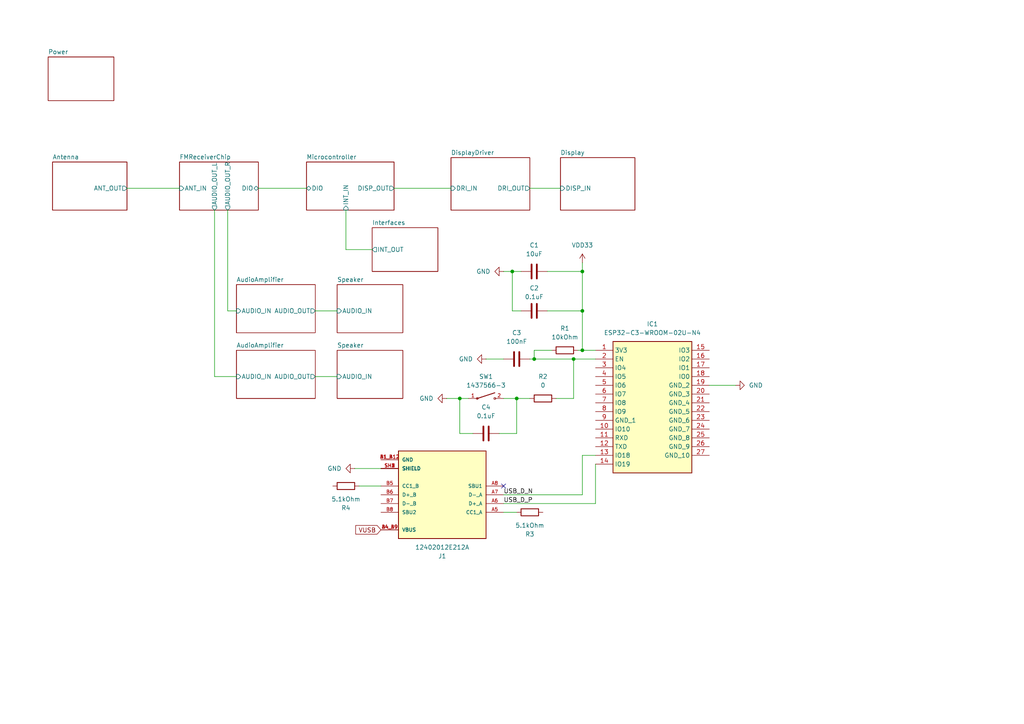
<source format=kicad_sch>
(kicad_sch (version 20231120) (generator "eeschema") (generator_version "8.0")
  (paper "A4")
  (lib_symbols
    (symbol "12402012E212A:12402012E212A" (pin_names (offset 1.016))
      (property "Reference" "J" (at -12.7 13.462 0))
      (property "Value" "12402012E212A" (at -12.7 -13.462 0))
      (symbol "12402012E212A_0_0"
        (rectangle (start -12.7 -12.7) (end 12.7 12.7) (stroke (width 0.254)) (fill (type background)))
        (pin power_in line (at 17.78 -10.16 180) (length 5.08) (name "GND") (number "A1_B12"))
        (pin power_in line (at 17.78 10.16 180) (length 5.08) (name "VBUS") (number "A4_B9"))
        (pin bidirectional line (at -17.78 5.08 0) (length 5.08) (name "CC1_A") (number "A5"))
        (pin bidirectional line (at -17.78 2.54 0) (length 5.08) (name "D+_A") (number "A6"))
        (pin bidirectional line (at -17.78 0 0) (length 5.08) (name "D-_A") (number "A7"))
        (pin bidirectional line (at -17.78 -2.54 0) (length 5.08) (name "SBU1") (number "A8"))
        (pin power_in line (at 17.78 -10.16 180) (length 5.08) (name "GND") (number "B1_A12"))
        (pin power_in line (at 17.78 10.16 180) (length 5.08) (name "VBUS") (number "B4_A9"))
        (pin bidirectional line (at 17.78 -2.54 180) (length 5.08) (name "CC1_B") (number "B5"))
        (pin bidirectional line (at 17.78 0 180) (length 5.08) (name "D+_B") (number "B6"))
        (pin bidirectional line (at 17.78 2.54 180) (length 5.08) (name "D-_B") (number "B7"))
        (pin bidirectional line (at 17.78 5.08 180) (length 5.08) (name "SBU2") (number "B8"))
        (pin passive line (at 17.78 -7.62 180) (length 5.08) (name "SHIELD") (number "SH1"))
        (pin passive line (at 17.78 -7.62 180) (length 5.08) (name "SHIELD") (number "SH2"))
        (pin passive line (at 17.78 -7.62 180) (length 5.08) (name "SHIELD") (number "SH3"))
        (pin passive line (at 17.78 -7.62 180) (length 5.08) (name "SHIELD") (number "SH4"))
      )
    )
    (symbol "Device:C" (pin_numbers hide) (pin_names (offset 0.254))
      (property "Reference" "C" (at 0.635 2.54 0))
      (property "Value" "C" (at 0.635 -2.54 0))
      (symbol "C_0_1"
        (polyline (pts (xy -2.032 -0.762) (xy 2.032 -0.762)) (stroke (width 0.508)))
        (polyline (pts (xy -2.032 0.762) (xy 2.032 0.762)) (stroke (width 0.508)))
      )
      (symbol "C_1_1"
        (pin passive line (at 0 3.81 270) (length 2.794) (name "~") (number "1"))
        (pin passive line (at 0 -3.81 90) (length 2.794) (name "~") (number "2"))
      )
    )
    (symbol "Device:R" (pin_numbers hide) (pin_names (offset 0))
      (property "Reference" "R" (at 2.032 0 90))
      (property "Value" "R" (at 0 0 90))
      (symbol "R_0_1"
        (rectangle (start -1.016 -2.54) (end 1.016 2.54) (stroke (width 0.254)))
      )
      (symbol "R_1_1"
        (pin passive line (at 0 3.81 270) (length 1.27) (name "~") (number "1"))
        (pin passive line (at 0 -3.81 90) (length 1.27) (name "~") (number "2"))
      )
    )
    (symbol "ESP32-C3-WROOM-02U-N4:ESP32-C3-WROOM-02U-N4"
      (property "Reference" "IC" (at 29.21 7.62 0))
      (property "Value" "ESP32-C3-WROOM-02U-N4" (at 29.21 5.08 0))
      (symbol "ESP32-C3-WROOM-02U-N4_1_1"
        (rectangle (start 5.08 2.54) (end 27.94 -35.56) (stroke (width 0.254)) (fill (type background)))
        (pin passive line (at 0 0 0) (length 5.08) (name "3V3") (number "1"))
        (pin passive line (at 0 -22.86 0) (length 5.08) (name "IO10") (number "10"))
        (pin passive line (at 0 -25.4 0) (length 5.08) (name "RXD") (number "11"))
        (pin passive line (at 0 -27.94 0) (length 5.08) (name "TXD") (number "12"))
        (pin passive line (at 0 -30.48 0) (length 5.08) (name "IO18") (number "13"))
        (pin passive line (at 0 -33.02 0) (length 5.08) (name "IO19") (number "14"))
        (pin passive line (at 33.02 0 180) (length 5.08) (name "IO3") (number "15"))
        (pin passive line (at 33.02 -2.54 180) (length 5.08) (name "IO2") (number "16"))
        (pin passive line (at 33.02 -5.08 180) (length 5.08) (name "IO1") (number "17"))
        (pin passive line (at 33.02 -7.62 180) (length 5.08) (name "IO0") (number "18"))
        (pin passive line (at 33.02 -10.16 180) (length 5.08) (name "GND_2") (number "19"))
        (pin passive line (at 0 -2.54 0) (length 5.08) (name "EN") (number "2"))
        (pin passive line (at 33.02 -12.7 180) (length 5.08) (name "GND_3") (number "20"))
        (pin passive line (at 33.02 -15.24 180) (length 5.08) (name "GND_4") (number "21"))
        (pin passive line (at 33.02 -17.78 180) (length 5.08) (name "GND_5") (number "22"))
        (pin passive line (at 33.02 -20.32 180) (length 5.08) (name "GND_6") (number "23"))
        (pin passive line (at 33.02 -22.86 180) (length 5.08) (name "GND_7") (number "24"))
        (pin passive line (at 33.02 -25.4 180) (length 5.08) (name "GND_8") (number "25"))
        (pin passive line (at 33.02 -27.94 180) (length 5.08) (name "GND_9") (number "26"))
        (pin passive line (at 33.02 -30.48 180) (length 5.08) (name "GND_10") (number "27"))
        (pin passive line (at 0 -5.08 0) (length 5.08) (name "IO4") (number "3"))
        (pin passive line (at 0 -7.62 0) (length 5.08) (name "IO5") (number "4"))
        (pin passive line (at 0 -10.16 0) (length 5.08) (name "IO6") (number "5"))
        (pin passive line (at 0 -12.7 0) (length 5.08) (name "IO7") (number "6"))
        (pin passive line (at 0 -15.24 0) (length 5.08) (name "IO8") (number "7"))
        (pin passive line (at 0 -17.78 0) (length 5.08) (name "IO9") (number "8"))
        (pin passive line (at 0 -20.32 0) (length 5.08) (name "GND_1") (number "9"))
      )
    )
    (symbol "FSMSM:1437566-3" (pin_names (offset 1.016))
      (property "Reference" "SW" (at -3.8125 2.5417 0))
      (property "Value" "1437566-3" (at -3.8141 -3.8141 0))
      (symbol "1437566-3_0_0"
        (circle (center -2.54 0) (radius 0.2839))
        (polyline (pts (xy -2.54 0) (xy 2.54 1.651)) (stroke (width 0.254)))
        (circle (center 2.54 0) (radius 0.2839))
        (pin passive line (at -5.08 0 0) (length 2.54) (name "~") (number "1"))
        (pin passive line (at 5.08 0 180) (length 2.54) (name "~") (number "2"))
      )
    )
    (symbol "power:GND" (power) (pin_numbers hide) (pin_names (offset 0) hide)
      (property "Value" "GND" (at 0 -3.81 0))
      (symbol "GND_0_1"
        (polyline (pts (xy 0 0) (xy 0 -1.27) (xy 1.27 -1.27) (xy 0 -2.54) (xy -1.27 -1.27) (xy 0 -1.27)))
      )
      (symbol "GND_1_1"
        (pin power_in line (at 0 0 270) (length 0) (name "~") (number "1"))
      )
    )
    (symbol "power:VDD" (power) (pin_numbers hide) (pin_names (offset 0) hide)
      (property "Value" "VDD" (at 0 3.556 0))
      (symbol "VDD_0_1"
        (polyline (pts (xy -0.762 1.27) (xy 0 2.54)))
        (polyline (pts (xy 0 0) (xy 0 2.54)))
        (polyline (pts (xy 0 2.54) (xy 0.762 1.27)))
      )
      (symbol "VDD_1_1"
        (pin power_in line (at 0 0 90) (length 0) (name "~") (number "1"))
      )
    )
  )
  (junction (at 166.37 104.14))
  (junction (at 168.91 101.6))
  (junction (at 154.94 104.14))
  (junction (at 168.91 78.74))
  (junction (at 149.86 115.57))
  (junction (at 168.91 90.17))
  (junction (at 133.35 115.57))
  (junction (at 148.59 78.74))
  (no_connect (at 146.05 140.97))
  (wire (pts (xy 140.97 104.14) (xy 146.05 104.14)))
  (wire (pts (xy 172.72 146.05) (xy 172.72 134.62)))
  (wire (pts (xy 146.05 115.57) (xy 149.86 115.57)))
  (wire (pts (xy 168.91 90.17) (xy 168.91 78.74)))
  (wire (pts (xy 133.35 115.57) (xy 135.89 115.57)))
  (wire (pts (xy 168.91 143.51) (xy 146.05 143.51)))
  (wire (pts (xy 148.59 90.17) (xy 148.59 78.74)))
  (wire (pts (xy 149.86 148.59) (xy 146.05 148.59)))
  (wire (pts (xy 149.86 115.57) (xy 153.67 115.57)))
  (wire (pts (xy 158.75 78.74) (xy 168.91 78.74)))
  (wire (pts (xy 110.49 140.97) (xy 104.14 140.97)))
  (wire (pts (xy 129.54 115.57) (xy 133.35 115.57)))
  (wire (pts (xy 74.93 54.61) (xy 88.9 54.61)))
  (wire (pts (xy 91.44 90.17) (xy 97.79 90.17)))
  (wire (pts (xy 168.91 90.17) (xy 168.91 101.6)))
  (wire (pts (xy 133.35 125.73) (xy 133.35 115.57)))
  (wire (pts (xy 149.86 125.73) (xy 149.86 115.57)))
  (wire (pts (xy 62.23 109.22) (xy 68.58 109.22)))
  (wire (pts (xy 91.44 109.22) (xy 97.79 109.22)))
  (wire (pts (xy 154.94 101.6) (xy 154.94 104.14)))
  (wire (pts (xy 62.23 60.96) (xy 62.23 109.22)))
  (wire (pts (xy 100.33 72.39) (xy 107.95 72.39)))
  (wire (pts (xy 166.37 104.14) (xy 172.72 104.14)))
  (wire (pts (xy 167.64 101.6) (xy 168.91 101.6)))
  (wire (pts (xy 66.04 90.17) (xy 68.58 90.17)))
  (wire (pts (xy 160.02 101.6) (xy 154.94 101.6)))
  (wire (pts (xy 153.67 54.61) (xy 162.56 54.61)))
  (wire (pts (xy 146.05 78.74) (xy 148.59 78.74)))
  (wire (pts (xy 168.91 78.74) (xy 168.91 76.2)))
  (wire (pts (xy 161.29 115.57) (xy 166.37 115.57)))
  (wire (pts (xy 172.72 132.08) (xy 168.91 132.08)))
  (wire (pts (xy 151.13 90.17) (xy 148.59 90.17)))
  (wire (pts (xy 166.37 115.57) (xy 166.37 104.14)))
  (wire (pts (xy 66.04 60.96) (xy 66.04 90.17)))
  (wire (pts (xy 36.83 54.61) (xy 52.07 54.61)))
  (wire (pts (xy 114.3 54.61) (xy 130.81 54.61)))
  (wire (pts (xy 205.74 111.76) (xy 213.36 111.76)))
  (wire (pts (xy 100.33 60.96) (xy 100.33 72.39)))
  (wire (pts (xy 168.91 101.6) (xy 172.72 101.6)))
  (wire (pts (xy 144.78 125.73) (xy 149.86 125.73)))
  (wire (pts (xy 158.75 90.17) (xy 168.91 90.17)))
  (wire (pts (xy 148.59 78.74) (xy 151.13 78.74)))
  (wire (pts (xy 110.49 135.89) (xy 102.87 135.89)))
  (wire (pts (xy 154.94 104.14) (xy 166.37 104.14)))
  (wire (pts (xy 168.91 132.08) (xy 168.91 143.51)))
  (wire (pts (xy 146.05 146.05) (xy 172.72 146.05)))
  (wire (pts (xy 137.16 125.73) (xy 133.35 125.73)))
  (wire (pts (xy 153.67 104.14) (xy 154.94 104.14)))
  (label "USB_D_P" (at 146.05 146.05 0))
  (label "USB_D_N" (at 146.05 143.51 0))
  (global_label "VUSB" (shape input) (at 110.49 153.67 180) (property "Intersheetrefs" "${INTERSHEET_REFS}" (effects (hide yes))))
  (symbol (lib_id "Device:C") (at 154.94 78.74 90) (unit 1)
    (property "Reference" "C1" (at 154.94 71.12 90))
    (property "Value" "10uF" (at 154.94 73.66 90))
    (property "Description" "Unpolarized capacitor" (effects (hide yes)))
  )
  (symbol (lib_id "Device:C") (at 154.94 90.17 90) (unit 1)
    (property "Reference" "C2" (at 154.94 83.566 90))
    (property "Value" "0.1uF" (at 154.94 86.106 90))
    (property "Description" "Unpolarized capacitor" (effects (hide yes)))
  )
  (symbol (lib_id "FSMSM:1437566-3") (at 140.97 115.57 0) (unit 1)
    (property "Reference" "SW1" (at 140.97 109.22 0))
    (property "Value" "1437566-3" (at 140.97 111.76 0))
    (property "Footprint" "FSMSM:FSMSM" (effects (hide yes)))
    (property "Comment" "1437566-3" (effects (hide yes)))
    (property "Contact_Current_Rating" "50 mA" (effects (hide yes)))
    (property "MF" "TE Connectivity" (effects (hide yes)))
    (property "Configuration_Pole-Throw" "Single Pole - Single Throw" (effects (hide yes)))
    (property "Description_1" "\n                        \n                            FSMSM=3.5X6 SMT TACT | TE Connectivity 1437566-3\n                        \n" (effects (hide yes)))
    (property "Package" "None" (effects (hide yes)))
    (property "Price" "None" (effects (hide yes)))
    (property "Check_prices" "https://www.snapeda.com/parts/1437566-3/TE+Connectivity+ALCOSWITCH+Switches/view-part/?ref=eda" (effects (hide yes)))
    (property "STANDARD" "Manufacturer recommendations" (effects (hide yes)))
    (property "PARTREV" "C2" (effects (hide yes)))
    (property "SnapEDA_Link" "https://www.snapeda.com/parts/1437566-3/TE+Connectivity+ALCOSWITCH+Switches/view-part/?ref=snap" (effects (hide yes)))
    (property "MP" "1437566-3" (effects (hide yes)))
    (property "Availability" "In Stock" (effects (hide yes)))
    (property "MANUFACTURER" "TE CONNECTIVITY" (effects (hide yes)))
  )
  (symbol (lib_id "power:GND") (at 102.87 135.89 270) (unit 1)
    (property "Reference" "#PWR06" (effects (hide yes)))
    (property "Value" "GND" (at 99.06 135.8901 90) (effects (justify right)))
    (property "Description" "Power symbol creates a global label with name \"GND\" , ground" (effects (hide yes)))
  )
  (symbol (lib_id "12402012E212A:12402012E212A") (at 128.27 143.51 180) (unit 1)
    (property "Reference" "J1" (at 128.27 161.29 0))
    (property "Value" "12402012E212A" (at 128.27 158.75 0))
    (property "Footprint" "12402012E212A:AMPHENOL_12402012E212A" (effects (hide yes)))
    (property "MF" "Amphenol" (effects (hide yes)))
    (property "MAXIMUM_PACKAGE_HEIGHT" "3.26 mm" (effects (hide yes)))
    (property "Package" "None" (effects (hide yes)))
    (property "Price" "None" (effects (hide yes)))
    (property "Check_prices" "https://www.snapeda.com/parts/12402012E212A/Amphenol/view-part/?ref=eda" (effects (hide yes)))
    (property "STANDARD" "Manufacturer Recommendations" (effects (hide yes)))
    (property "PARTREV" "4" (effects (hide yes)))
    (property "SnapEDA_Link" "https://www.snapeda.com/parts/12402012E212A/Amphenol/view-part/?ref=snap" (effects (hide yes)))
    (property "MP" "12402012E212A" (effects (hide yes)))
    (property "Description_1" "\n                        \n                            USB2.0, Type C, Top mount, CH 1.68mm, Dual Row SMT\n                        \n" (effects (hide yes)))
    (property "Availability" "In Stock" (effects (hide yes)))
    (property "MANUFACTURER" "Amphenol" (effects (hide yes)))
  )
  (symbol (lib_id "ESP32-C3-WROOM-02U-N4:ESP32-C3-WROOM-02U-N4") (at 172.72 101.6 0) (unit 1)
    (property "Reference" "IC1" (at 189.23 93.98 0))
    (property "Value" "ESP32-C3-WROOM-02U-N4" (at 189.23 96.52 0))
    (property "Footprint" "ESP32-C3-WROOM-02U-N4:ESP32C3WROOM02UN4" (effects (hide yes)))
    (property "Datasheet" "https://www.espressif.com/sites/default/files/documentation/esp32-c3-wroom-02_datasheet_en.pdf" (effects (hide yes)))
    (property "Description" "Multiprotocol Modules SMD module, ESP32-C3, 4MB SPI flash, IPEX antenna, -40 C +85 C" (effects (hide yes)))
    (property "Height" "3.35" (effects (hide yes)))
    (property "Mouser Part Number" "356-ESP32C3WROM02UN4" (effects (hide yes)))
    (property "Mouser Price/Stock" "https://www.mouser.co.uk/ProductDetail/Espressif-Systems/ESP32-C3-WROOM-02U-N4?qs=pBJMDPsKWf2Ces2aXBSNjQ%3D%3D" (effects (hide yes)))
    (property "Manufacturer_Name" "Espressif Systems" (effects (hide yes)))
    (property "Manufacturer_Part_Number" "ESP32-C3-WROOM-02U-N4" (effects (hide yes)))
  )
  (symbol (lib_id "Device:C") (at 140.97 125.73 90) (unit 1)
    (property "Reference" "C4" (at 140.97 118.11 90))
    (property "Value" "0.1uF" (at 140.97 120.65 90))
    (property "Description" "Unpolarized capacitor" (effects (hide yes)))
  )
  (symbol (lib_id "Device:R") (at 153.67 148.59 270) (unit 1)
    (property "Reference" "R3" (at 153.67 154.94 90))
    (property "Value" "5.1kOhm" (at 153.67 152.4 90))
    (property "Description" "Resistor" (effects (hide yes)))
  )
  (symbol (lib_id "Device:C") (at 149.86 104.14 90) (unit 1)
    (property "Reference" "C3" (at 149.86 96.52 90))
    (property "Value" "100nF" (at 149.86 99.06 90))
    (property "Description" "Unpolarized capacitor" (effects (hide yes)))
  )
  (symbol (lib_id "power:GND") (at 213.36 111.76 90) (unit 1)
    (property "Reference" "#PWR05" (effects (hide yes)))
    (property "Value" "GND" (at 217.17 111.7599 90) (effects (justify right)))
    (property "Description" "Power symbol creates a global label with name \"GND\" , ground" (effects (hide yes)))
  )
  (symbol (lib_id "power:GND") (at 129.54 115.57 270) (unit 1)
    (property "Reference" "#PWR04" (effects (hide yes)))
    (property "Value" "GND" (at 125.73 115.5699 90) (effects (justify right)))
    (property "Description" "Power symbol creates a global label with name \"GND\" , ground" (effects (hide yes)))
  )
  (symbol (lib_id "power:VDD") (at 168.91 76.2 0) (unit 1)
    (property "Reference" "#PWR02" (effects (hide yes)))
    (property "Value" "VDD33" (at 168.91 71.12 0))
    (property "Description" "Power symbol creates a global label with name \"VDD\"" (effects (hide yes)))
  )
  (symbol (lib_id "Device:R") (at 163.83 101.6 90) (unit 1)
    (property "Reference" "R1" (at 163.83 95.25 90))
    (property "Value" "10kOhm" (at 163.83 97.79 90))
    (property "Description" "Resistor" (effects (hide yes)))
  )
  (symbol (lib_id "Device:R") (at 157.48 115.57 90) (unit 1)
    (property "Reference" "R2" (at 157.48 109.22 90))
    (property "Value" "0" (at 157.48 111.76 90))
    (property "Description" "Resistor" (effects (hide yes)))
  )
  (symbol (lib_id "power:GND") (at 140.97 104.14 270) (unit 1)
    (property "Reference" "#PWR01" (effects (hide yes)))
    (property "Value" "GND" (at 137.16 104.1399 90) (effects (justify right)))
    (property "Description" "Power symbol creates a global label with name \"GND\" , ground" (effects (hide yes)))
  )
  (symbol (lib_id "power:GND") (at 146.05 78.74 270) (unit 1)
    (property "Reference" "#PWR03" (effects (hide yes)))
    (property "Value" "GND" (at 142.24 78.7399 90) (effects (justify right)))
    (property "Description" "Power symbol creates a global label with name \"GND\" , ground" (effects (hide yes)))
  )
  (symbol (lib_id "Device:R") (at 100.33 140.97 270) (unit 1)
    (property "Reference" "R4" (at 100.33 147.32 90))
    (property "Value" "5.1kOhm" (at 100.33 144.78 90))
    (property "Description" "Resistor" (effects (hide yes)))
  )
  (sheet (at 130.81 45.72) (size 22.86 15.24) (stroke (width 0.1524))
    (property "Sheetname" "DisplayDriver" (at 130.81 45.0084 0) (effects (justify left bottom)))
    (property "Sheetfile" "DisplayDriver.kicad_sch" (effects (hide yes)))
    (pin "DRI_IN" input (at 130.81 54.61 180))
    (pin "DRI_OUT" output (at 153.67 54.61 0))
  )
  (sheet (at 68.58 101.6) (size 22.86 13.97) (stroke (width 0.1524))
    (property "Sheetname" "AudioAmplifier" (at 68.58 100.8884 0) (effects (justify left bottom)))
    (property "Sheetfile" "AudioAmplifier.kicad_sch" (effects (hide yes)))
    (pin "AUDIO_IN" input (at 68.58 109.22 180))
    (pin "AUDIO_OUT" output (at 91.44 109.22 0))
  )
  (sheet (at 68.58 82.55) (size 22.86 13.97) (stroke (width 0.1524))
    (property "Sheetname" "AudioAmplifier" (at 68.58 81.8384 0) (effects (justify left bottom)))
    (property "Sheetfile" "AudioAmplifier.kicad_sch" (effects (hide yes)))
    (pin "AUDIO_IN" input (at 68.58 90.17 180))
    (pin "AUDIO_OUT" output (at 91.44 90.17 0))
  )
  (sheet (at 13.97 16.51) (size 19.05 12.7) (stroke (width 0.1524))
    (property "Sheetname" "Power" (at 13.97 15.7984 0) (effects (justify left bottom)))
    (property "Sheetfile" "Power.kicad_sch" (effects (hide yes)))
  )
  (sheet (at 97.79 82.55) (size 19.05 13.97) (stroke (width 0.1524))
    (property "Sheetname" "Speaker" (at 97.79 81.8384 0) (effects (justify left bottom)))
    (property "Sheetfile" "Speaker.kicad_sch" (effects (hide yes)))
    (pin "AUDIO_IN" input (at 97.79 90.17 180))
  )
  (sheet (at 97.79 101.6) (size 19.05 13.97) (stroke (width 0.1524))
    (property "Sheetname" "Speaker" (at 97.79 100.8884 0) (effects (justify left bottom)))
    (property "Sheetfile" "Speaker.kicad_sch" (effects (hide yes)))
    (pin "AUDIO_IN" input (at 97.79 109.22 180))
  )
  (sheet (at 15.24 46.99) (size 21.59 13.97) (stroke (width 0.1524))
    (property "Sheetname" "Antenna" (at 15.24 46.2784 0) (effects (justify left bottom)))
    (property "Sheetfile" "Antenna.kicad_sch" (effects (hide yes)))
    (pin "ANT_OUT" output (at 36.83 54.61 0))
  )
  (sheet (at 52.07 46.99) (size 22.86 13.97) (stroke (width 0.1524))
    (property "Sheetname" "FMReceiverChip" (at 52.07 46.2784 0) (effects (justify left bottom)))
    (property "Sheetfile" "FMReceiverChip.kicad_sch" (effects (hide yes)))
    (pin "ANT_IN" input (at 52.07 54.61 180))
    (pin "DIO" bidirectional (at 74.93 54.61 0))
    (pin "AUDIO_OUT_R" output (at 66.04 60.96 270))
    (pin "AUDIO_OUT_L" output (at 62.23 60.96 270))
  )
  (sheet (at 162.56 45.72) (size 21.59 15.24) (stroke (width 0.1524))
    (property "Sheetname" "Display" (at 162.56 45.0084 0) (effects (justify left bottom)))
    (property "Sheetfile" "Display.kicad_sch" (effects (hide yes)))
    (pin "DISP_IN" input (at 162.56 54.61 180))
  )
  (sheet (at 88.9 46.99) (size 25.4 13.97) (stroke (width 0.1524))
    (property "Sheetname" "Microcontroller" (at 88.9 46.2784 0) (effects (justify left bottom)))
    (property "Sheetfile" "Microcontroller.kicad_sch" (effects (hide yes)))
    (pin "DIO" bidirectional (at 88.9 54.61 180))
    (pin "DISP_OUT" output (at 114.3 54.61 0))
    (pin "INT_IN" input (at 100.33 60.96 270))
  )
  (sheet (at 107.95 66.04) (size 19.05 12.7) (stroke (width 0.1524))
    (property "Sheetname" "Interfaces" (at 107.95 65.3284 0) (effects (justify left bottom)))
    (property "Sheetfile" "Interfaces.kicad_sch" (effects (hide yes)))
    (pin "INT_OUT" output (at 107.95 72.39 180))
  )
)
</source>
